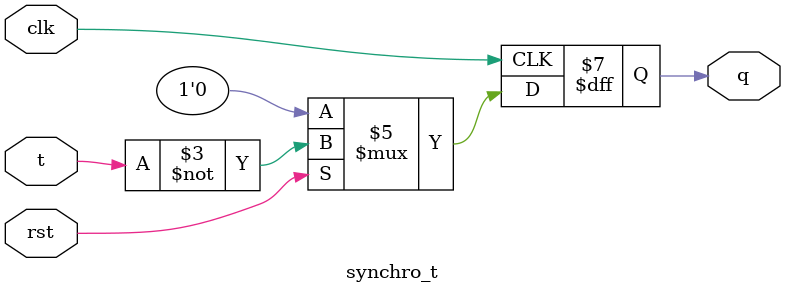
<source format=v>
`timescale 1ns / 1ps


module synchro_t(clk,rst,t,q);
input wire clk,rst,t;
output reg q;

always @(posedge clk) begin
    if(!rst) q<=0;
    else q<=~t;
end
endmodule

</source>
